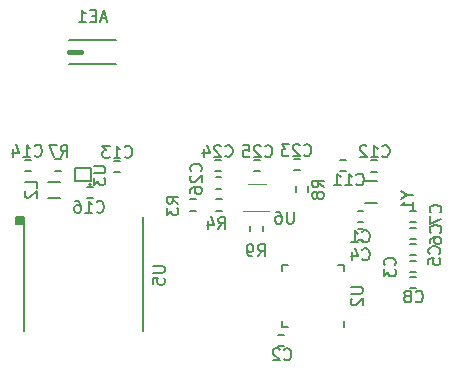
<source format=gbr>
G04 #@! TF.FileFunction,Legend,Bot*
%FSLAX46Y46*%
G04 Gerber Fmt 4.6, Leading zero omitted, Abs format (unit mm)*
G04 Created by KiCad (PCBNEW 4.0.5+dfsg1-4~bpo8+1) date Mon Dec 18 16:44:26 2017*
%MOMM*%
%LPD*%
G01*
G04 APERTURE LIST*
%ADD10C,0.100000*%
%ADD11C,0.200000*%
%ADD12C,0.400000*%
%ADD13C,0.150000*%
%ADD14C,0.120000*%
G04 APERTURE END LIST*
D10*
D11*
X139970000Y-115940000D02*
X139970000Y-115540000D01*
X139970000Y-115540000D02*
X139620000Y-115540000D01*
X139620000Y-115540000D02*
X139620000Y-115840000D01*
X139620000Y-115840000D02*
X139820000Y-115840000D01*
X139820000Y-115840000D02*
X139820000Y-115640000D01*
X139820000Y-115640000D02*
X139720000Y-115640000D01*
X140120000Y-115390000D02*
X139470000Y-115390000D01*
X139470000Y-115390000D02*
X139470000Y-115990000D01*
X139470000Y-115990000D02*
X140120000Y-115990000D01*
X150220000Y-125090000D02*
X150220000Y-115390000D01*
X140120000Y-123440000D02*
X140120000Y-115390000D01*
X140120000Y-125090000D02*
X140120000Y-123440000D01*
D12*
X143920000Y-101440000D02*
X144920000Y-101440000D01*
D11*
X147920000Y-100440000D02*
X143920000Y-100440000D01*
X143920000Y-102440000D02*
X147920000Y-102440000D01*
D13*
X168850000Y-115875000D02*
X168350000Y-115875000D01*
X168350000Y-114925000D02*
X168850000Y-114925000D01*
X161640000Y-125405000D02*
X162140000Y-125405000D01*
X162140000Y-126355000D02*
X161640000Y-126355000D01*
X173320000Y-120065000D02*
X172820000Y-120065000D01*
X172820000Y-119115000D02*
X173320000Y-119115000D01*
X173320000Y-117265000D02*
X172820000Y-117265000D01*
X172820000Y-116315000D02*
X173320000Y-116315000D01*
X173320000Y-115865000D02*
X172820000Y-115865000D01*
X172820000Y-114915000D02*
X173320000Y-114915000D01*
X173320000Y-121465000D02*
X172820000Y-121465000D01*
X172820000Y-120515000D02*
X173320000Y-120515000D01*
X166900000Y-110615000D02*
X167400000Y-110615000D01*
X167400000Y-111565000D02*
X166900000Y-111565000D01*
X169470000Y-110625000D02*
X169970000Y-110625000D01*
X169970000Y-111575000D02*
X169470000Y-111575000D01*
X148245000Y-111640000D02*
X147745000Y-111640000D01*
X147745000Y-110690000D02*
X148245000Y-110690000D01*
X140195000Y-110565000D02*
X140695000Y-110565000D01*
X140695000Y-111515000D02*
X140195000Y-111515000D01*
X145920000Y-113815000D02*
X145420000Y-113815000D01*
X145420000Y-112865000D02*
X145920000Y-112865000D01*
X162950000Y-110525000D02*
X163450000Y-110525000D01*
X163450000Y-111475000D02*
X162950000Y-111475000D01*
X156795000Y-111540000D02*
X156295000Y-111540000D01*
X156295000Y-110590000D02*
X156795000Y-110590000D01*
X160090000Y-111565000D02*
X159590000Y-111565000D01*
X159590000Y-110615000D02*
X160090000Y-110615000D01*
X156330000Y-112065000D02*
X156830000Y-112065000D01*
X156830000Y-113015000D02*
X156330000Y-113015000D01*
X142120000Y-113815000D02*
X143120000Y-113815000D01*
X143120000Y-112465000D02*
X142120000Y-112465000D01*
X154650000Y-114925000D02*
X154150000Y-114925000D01*
X154150000Y-113875000D02*
X154650000Y-113875000D01*
X156350000Y-113875000D02*
X156850000Y-113875000D01*
X156850000Y-114925000D02*
X156350000Y-114925000D01*
X142745000Y-110515000D02*
X143245000Y-110515000D01*
X143245000Y-111565000D02*
X142745000Y-111565000D01*
X163125000Y-113300000D02*
X163125000Y-112800000D01*
X164175000Y-112800000D02*
X164175000Y-113300000D01*
X159285000Y-116640000D02*
X159285000Y-116140000D01*
X160335000Y-116140000D02*
X160335000Y-116640000D01*
X167215000Y-119475000D02*
X166690000Y-119475000D01*
X161965000Y-124725000D02*
X162490000Y-124725000D01*
X161965000Y-119475000D02*
X162490000Y-119475000D01*
X167215000Y-124725000D02*
X167215000Y-124200000D01*
X161965000Y-124725000D02*
X161965000Y-124200000D01*
X161965000Y-119475000D02*
X161965000Y-120000000D01*
X167215000Y-119475000D02*
X167215000Y-120000000D01*
X145795000Y-112665000D02*
G75*
G03X145795000Y-112665000I-100000J0D01*
G01*
X145795000Y-112390000D02*
X145795000Y-111315000D01*
X145795000Y-111290000D02*
X144445000Y-111290000D01*
X144445000Y-111290000D02*
X144445000Y-112365000D01*
X144445000Y-112390000D02*
X145795000Y-112390000D01*
D14*
X160845000Y-114915000D02*
X158645000Y-114915000D01*
X160645000Y-112615000D02*
X159045000Y-112615000D01*
D13*
X168980000Y-112410000D02*
X169980000Y-112410000D01*
X168980000Y-114210000D02*
X169980000Y-114210000D01*
X168850000Y-117405000D02*
X168350000Y-117405000D01*
X168350000Y-116455000D02*
X168850000Y-116455000D01*
X173320000Y-118665000D02*
X172820000Y-118665000D01*
X172820000Y-117715000D02*
X173320000Y-117715000D01*
X151022381Y-119578095D02*
X151831905Y-119578095D01*
X151927143Y-119625714D01*
X151974762Y-119673333D01*
X152022381Y-119768571D01*
X152022381Y-119959048D01*
X151974762Y-120054286D01*
X151927143Y-120101905D01*
X151831905Y-120149524D01*
X151022381Y-120149524D01*
X151022381Y-121101905D02*
X151022381Y-120625714D01*
X151498571Y-120578095D01*
X151450952Y-120625714D01*
X151403333Y-120720952D01*
X151403333Y-120959048D01*
X151450952Y-121054286D01*
X151498571Y-121101905D01*
X151593810Y-121149524D01*
X151831905Y-121149524D01*
X151927143Y-121101905D01*
X151974762Y-121054286D01*
X152022381Y-120959048D01*
X152022381Y-120720952D01*
X151974762Y-120625714D01*
X151927143Y-120578095D01*
X147086667Y-98606667D02*
X146610476Y-98606667D01*
X147181905Y-98892381D02*
X146848572Y-97892381D01*
X146515238Y-98892381D01*
X146181905Y-98368571D02*
X145848571Y-98368571D01*
X145705714Y-98892381D02*
X146181905Y-98892381D01*
X146181905Y-97892381D01*
X145705714Y-97892381D01*
X144753333Y-98892381D02*
X145324762Y-98892381D01*
X145039048Y-98892381D02*
X145039048Y-97892381D01*
X145134286Y-98035238D01*
X145229524Y-98130476D01*
X145324762Y-98178095D01*
X168766666Y-117457143D02*
X168814285Y-117504762D01*
X168957142Y-117552381D01*
X169052380Y-117552381D01*
X169195238Y-117504762D01*
X169290476Y-117409524D01*
X169338095Y-117314286D01*
X169385714Y-117123810D01*
X169385714Y-116980952D01*
X169338095Y-116790476D01*
X169290476Y-116695238D01*
X169195238Y-116600000D01*
X169052380Y-116552381D01*
X168957142Y-116552381D01*
X168814285Y-116600000D01*
X168766666Y-116647619D01*
X167814285Y-117552381D02*
X168385714Y-117552381D01*
X168100000Y-117552381D02*
X168100000Y-116552381D01*
X168195238Y-116695238D01*
X168290476Y-116790476D01*
X168385714Y-116838095D01*
X162136666Y-127457143D02*
X162184285Y-127504762D01*
X162327142Y-127552381D01*
X162422380Y-127552381D01*
X162565238Y-127504762D01*
X162660476Y-127409524D01*
X162708095Y-127314286D01*
X162755714Y-127123810D01*
X162755714Y-126980952D01*
X162708095Y-126790476D01*
X162660476Y-126695238D01*
X162565238Y-126600000D01*
X162422380Y-126552381D01*
X162327142Y-126552381D01*
X162184285Y-126600000D01*
X162136666Y-126647619D01*
X161755714Y-126647619D02*
X161708095Y-126600000D01*
X161612857Y-126552381D01*
X161374761Y-126552381D01*
X161279523Y-126600000D01*
X161231904Y-126647619D01*
X161184285Y-126742857D01*
X161184285Y-126838095D01*
X161231904Y-126980952D01*
X161803333Y-127552381D01*
X161184285Y-127552381D01*
X171487143Y-119473334D02*
X171534762Y-119425715D01*
X171582381Y-119282858D01*
X171582381Y-119187620D01*
X171534762Y-119044762D01*
X171439524Y-118949524D01*
X171344286Y-118901905D01*
X171153810Y-118854286D01*
X171010952Y-118854286D01*
X170820476Y-118901905D01*
X170725238Y-118949524D01*
X170630000Y-119044762D01*
X170582381Y-119187620D01*
X170582381Y-119282858D01*
X170630000Y-119425715D01*
X170677619Y-119473334D01*
X170582381Y-119806667D02*
X170582381Y-120425715D01*
X170963333Y-120092381D01*
X170963333Y-120235239D01*
X171010952Y-120330477D01*
X171058571Y-120378096D01*
X171153810Y-120425715D01*
X171391905Y-120425715D01*
X171487143Y-120378096D01*
X171534762Y-120330477D01*
X171582381Y-120235239D01*
X171582381Y-119949524D01*
X171534762Y-119854286D01*
X171487143Y-119806667D01*
X175357143Y-116733334D02*
X175404762Y-116685715D01*
X175452381Y-116542858D01*
X175452381Y-116447620D01*
X175404762Y-116304762D01*
X175309524Y-116209524D01*
X175214286Y-116161905D01*
X175023810Y-116114286D01*
X174880952Y-116114286D01*
X174690476Y-116161905D01*
X174595238Y-116209524D01*
X174500000Y-116304762D01*
X174452381Y-116447620D01*
X174452381Y-116542858D01*
X174500000Y-116685715D01*
X174547619Y-116733334D01*
X174452381Y-117590477D02*
X174452381Y-117400000D01*
X174500000Y-117304762D01*
X174547619Y-117257143D01*
X174690476Y-117161905D01*
X174880952Y-117114286D01*
X175261905Y-117114286D01*
X175357143Y-117161905D01*
X175404762Y-117209524D01*
X175452381Y-117304762D01*
X175452381Y-117495239D01*
X175404762Y-117590477D01*
X175357143Y-117638096D01*
X175261905Y-117685715D01*
X175023810Y-117685715D01*
X174928571Y-117638096D01*
X174880952Y-117590477D01*
X174833333Y-117495239D01*
X174833333Y-117304762D01*
X174880952Y-117209524D01*
X174928571Y-117161905D01*
X175023810Y-117114286D01*
X175357143Y-115033334D02*
X175404762Y-114985715D01*
X175452381Y-114842858D01*
X175452381Y-114747620D01*
X175404762Y-114604762D01*
X175309524Y-114509524D01*
X175214286Y-114461905D01*
X175023810Y-114414286D01*
X174880952Y-114414286D01*
X174690476Y-114461905D01*
X174595238Y-114509524D01*
X174500000Y-114604762D01*
X174452381Y-114747620D01*
X174452381Y-114842858D01*
X174500000Y-114985715D01*
X174547619Y-115033334D01*
X174452381Y-115366667D02*
X174452381Y-116033334D01*
X175452381Y-115604762D01*
X173266666Y-122557143D02*
X173314285Y-122604762D01*
X173457142Y-122652381D01*
X173552380Y-122652381D01*
X173695238Y-122604762D01*
X173790476Y-122509524D01*
X173838095Y-122414286D01*
X173885714Y-122223810D01*
X173885714Y-122080952D01*
X173838095Y-121890476D01*
X173790476Y-121795238D01*
X173695238Y-121700000D01*
X173552380Y-121652381D01*
X173457142Y-121652381D01*
X173314285Y-121700000D01*
X173266666Y-121747619D01*
X172695238Y-122080952D02*
X172790476Y-122033333D01*
X172838095Y-121985714D01*
X172885714Y-121890476D01*
X172885714Y-121842857D01*
X172838095Y-121747619D01*
X172790476Y-121700000D01*
X172695238Y-121652381D01*
X172504761Y-121652381D01*
X172409523Y-121700000D01*
X172361904Y-121747619D01*
X172314285Y-121842857D01*
X172314285Y-121890476D01*
X172361904Y-121985714D01*
X172409523Y-122033333D01*
X172504761Y-122080952D01*
X172695238Y-122080952D01*
X172790476Y-122128571D01*
X172838095Y-122176190D01*
X172885714Y-122271429D01*
X172885714Y-122461905D01*
X172838095Y-122557143D01*
X172790476Y-122604762D01*
X172695238Y-122652381D01*
X172504761Y-122652381D01*
X172409523Y-122604762D01*
X172361904Y-122557143D01*
X172314285Y-122461905D01*
X172314285Y-122271429D01*
X172361904Y-122176190D01*
X172409523Y-122128571D01*
X172504761Y-122080952D01*
X168262857Y-112647143D02*
X168310476Y-112694762D01*
X168453333Y-112742381D01*
X168548571Y-112742381D01*
X168691429Y-112694762D01*
X168786667Y-112599524D01*
X168834286Y-112504286D01*
X168881905Y-112313810D01*
X168881905Y-112170952D01*
X168834286Y-111980476D01*
X168786667Y-111885238D01*
X168691429Y-111790000D01*
X168548571Y-111742381D01*
X168453333Y-111742381D01*
X168310476Y-111790000D01*
X168262857Y-111837619D01*
X167310476Y-112742381D02*
X167881905Y-112742381D01*
X167596191Y-112742381D02*
X167596191Y-111742381D01*
X167691429Y-111885238D01*
X167786667Y-111980476D01*
X167881905Y-112028095D01*
X166358095Y-112742381D02*
X166929524Y-112742381D01*
X166643810Y-112742381D02*
X166643810Y-111742381D01*
X166739048Y-111885238D01*
X166834286Y-111980476D01*
X166929524Y-112028095D01*
X170442857Y-110257143D02*
X170490476Y-110304762D01*
X170633333Y-110352381D01*
X170728571Y-110352381D01*
X170871429Y-110304762D01*
X170966667Y-110209524D01*
X171014286Y-110114286D01*
X171061905Y-109923810D01*
X171061905Y-109780952D01*
X171014286Y-109590476D01*
X170966667Y-109495238D01*
X170871429Y-109400000D01*
X170728571Y-109352381D01*
X170633333Y-109352381D01*
X170490476Y-109400000D01*
X170442857Y-109447619D01*
X169490476Y-110352381D02*
X170061905Y-110352381D01*
X169776191Y-110352381D02*
X169776191Y-109352381D01*
X169871429Y-109495238D01*
X169966667Y-109590476D01*
X170061905Y-109638095D01*
X169109524Y-109447619D02*
X169061905Y-109400000D01*
X168966667Y-109352381D01*
X168728571Y-109352381D01*
X168633333Y-109400000D01*
X168585714Y-109447619D01*
X168538095Y-109542857D01*
X168538095Y-109638095D01*
X168585714Y-109780952D01*
X169157143Y-110352381D01*
X168538095Y-110352381D01*
X148652857Y-110307143D02*
X148700476Y-110354762D01*
X148843333Y-110402381D01*
X148938571Y-110402381D01*
X149081429Y-110354762D01*
X149176667Y-110259524D01*
X149224286Y-110164286D01*
X149271905Y-109973810D01*
X149271905Y-109830952D01*
X149224286Y-109640476D01*
X149176667Y-109545238D01*
X149081429Y-109450000D01*
X148938571Y-109402381D01*
X148843333Y-109402381D01*
X148700476Y-109450000D01*
X148652857Y-109497619D01*
X147700476Y-110402381D02*
X148271905Y-110402381D01*
X147986191Y-110402381D02*
X147986191Y-109402381D01*
X148081429Y-109545238D01*
X148176667Y-109640476D01*
X148271905Y-109688095D01*
X147367143Y-109402381D02*
X146748095Y-109402381D01*
X147081429Y-109783333D01*
X146938571Y-109783333D01*
X146843333Y-109830952D01*
X146795714Y-109878571D01*
X146748095Y-109973810D01*
X146748095Y-110211905D01*
X146795714Y-110307143D01*
X146843333Y-110354762D01*
X146938571Y-110402381D01*
X147224286Y-110402381D01*
X147319524Y-110354762D01*
X147367143Y-110307143D01*
X141022857Y-110207143D02*
X141070476Y-110254762D01*
X141213333Y-110302381D01*
X141308571Y-110302381D01*
X141451429Y-110254762D01*
X141546667Y-110159524D01*
X141594286Y-110064286D01*
X141641905Y-109873810D01*
X141641905Y-109730952D01*
X141594286Y-109540476D01*
X141546667Y-109445238D01*
X141451429Y-109350000D01*
X141308571Y-109302381D01*
X141213333Y-109302381D01*
X141070476Y-109350000D01*
X141022857Y-109397619D01*
X140070476Y-110302381D02*
X140641905Y-110302381D01*
X140356191Y-110302381D02*
X140356191Y-109302381D01*
X140451429Y-109445238D01*
X140546667Y-109540476D01*
X140641905Y-109588095D01*
X139213333Y-109635714D02*
X139213333Y-110302381D01*
X139451429Y-109254762D02*
X139689524Y-109969048D01*
X139070476Y-109969048D01*
X146272857Y-114957143D02*
X146320476Y-115004762D01*
X146463333Y-115052381D01*
X146558571Y-115052381D01*
X146701429Y-115004762D01*
X146796667Y-114909524D01*
X146844286Y-114814286D01*
X146891905Y-114623810D01*
X146891905Y-114480952D01*
X146844286Y-114290476D01*
X146796667Y-114195238D01*
X146701429Y-114100000D01*
X146558571Y-114052381D01*
X146463333Y-114052381D01*
X146320476Y-114100000D01*
X146272857Y-114147619D01*
X145320476Y-115052381D02*
X145891905Y-115052381D01*
X145606191Y-115052381D02*
X145606191Y-114052381D01*
X145701429Y-114195238D01*
X145796667Y-114290476D01*
X145891905Y-114338095D01*
X144463333Y-114052381D02*
X144653810Y-114052381D01*
X144749048Y-114100000D01*
X144796667Y-114147619D01*
X144891905Y-114290476D01*
X144939524Y-114480952D01*
X144939524Y-114861905D01*
X144891905Y-114957143D01*
X144844286Y-115004762D01*
X144749048Y-115052381D01*
X144558571Y-115052381D01*
X144463333Y-115004762D01*
X144415714Y-114957143D01*
X144368095Y-114861905D01*
X144368095Y-114623810D01*
X144415714Y-114528571D01*
X144463333Y-114480952D01*
X144558571Y-114433333D01*
X144749048Y-114433333D01*
X144844286Y-114480952D01*
X144891905Y-114528571D01*
X144939524Y-114623810D01*
X163822857Y-110167143D02*
X163870476Y-110214762D01*
X164013333Y-110262381D01*
X164108571Y-110262381D01*
X164251429Y-110214762D01*
X164346667Y-110119524D01*
X164394286Y-110024286D01*
X164441905Y-109833810D01*
X164441905Y-109690952D01*
X164394286Y-109500476D01*
X164346667Y-109405238D01*
X164251429Y-109310000D01*
X164108571Y-109262381D01*
X164013333Y-109262381D01*
X163870476Y-109310000D01*
X163822857Y-109357619D01*
X163441905Y-109357619D02*
X163394286Y-109310000D01*
X163299048Y-109262381D01*
X163060952Y-109262381D01*
X162965714Y-109310000D01*
X162918095Y-109357619D01*
X162870476Y-109452857D01*
X162870476Y-109548095D01*
X162918095Y-109690952D01*
X163489524Y-110262381D01*
X162870476Y-110262381D01*
X162537143Y-109262381D02*
X161918095Y-109262381D01*
X162251429Y-109643333D01*
X162108571Y-109643333D01*
X162013333Y-109690952D01*
X161965714Y-109738571D01*
X161918095Y-109833810D01*
X161918095Y-110071905D01*
X161965714Y-110167143D01*
X162013333Y-110214762D01*
X162108571Y-110262381D01*
X162394286Y-110262381D01*
X162489524Y-110214762D01*
X162537143Y-110167143D01*
X157152857Y-110247143D02*
X157200476Y-110294762D01*
X157343333Y-110342381D01*
X157438571Y-110342381D01*
X157581429Y-110294762D01*
X157676667Y-110199524D01*
X157724286Y-110104286D01*
X157771905Y-109913810D01*
X157771905Y-109770952D01*
X157724286Y-109580476D01*
X157676667Y-109485238D01*
X157581429Y-109390000D01*
X157438571Y-109342381D01*
X157343333Y-109342381D01*
X157200476Y-109390000D01*
X157152857Y-109437619D01*
X156771905Y-109437619D02*
X156724286Y-109390000D01*
X156629048Y-109342381D01*
X156390952Y-109342381D01*
X156295714Y-109390000D01*
X156248095Y-109437619D01*
X156200476Y-109532857D01*
X156200476Y-109628095D01*
X156248095Y-109770952D01*
X156819524Y-110342381D01*
X156200476Y-110342381D01*
X155343333Y-109675714D02*
X155343333Y-110342381D01*
X155581429Y-109294762D02*
X155819524Y-110009048D01*
X155200476Y-110009048D01*
X160522857Y-110257143D02*
X160570476Y-110304762D01*
X160713333Y-110352381D01*
X160808571Y-110352381D01*
X160951429Y-110304762D01*
X161046667Y-110209524D01*
X161094286Y-110114286D01*
X161141905Y-109923810D01*
X161141905Y-109780952D01*
X161094286Y-109590476D01*
X161046667Y-109495238D01*
X160951429Y-109400000D01*
X160808571Y-109352381D01*
X160713333Y-109352381D01*
X160570476Y-109400000D01*
X160522857Y-109447619D01*
X160141905Y-109447619D02*
X160094286Y-109400000D01*
X159999048Y-109352381D01*
X159760952Y-109352381D01*
X159665714Y-109400000D01*
X159618095Y-109447619D01*
X159570476Y-109542857D01*
X159570476Y-109638095D01*
X159618095Y-109780952D01*
X160189524Y-110352381D01*
X159570476Y-110352381D01*
X158665714Y-109352381D02*
X159141905Y-109352381D01*
X159189524Y-109828571D01*
X159141905Y-109780952D01*
X159046667Y-109733333D01*
X158808571Y-109733333D01*
X158713333Y-109780952D01*
X158665714Y-109828571D01*
X158618095Y-109923810D01*
X158618095Y-110161905D01*
X158665714Y-110257143D01*
X158713333Y-110304762D01*
X158808571Y-110352381D01*
X159046667Y-110352381D01*
X159141905Y-110304762D01*
X159189524Y-110257143D01*
X155087143Y-111537143D02*
X155134762Y-111489524D01*
X155182381Y-111346667D01*
X155182381Y-111251429D01*
X155134762Y-111108571D01*
X155039524Y-111013333D01*
X154944286Y-110965714D01*
X154753810Y-110918095D01*
X154610952Y-110918095D01*
X154420476Y-110965714D01*
X154325238Y-111013333D01*
X154230000Y-111108571D01*
X154182381Y-111251429D01*
X154182381Y-111346667D01*
X154230000Y-111489524D01*
X154277619Y-111537143D01*
X154277619Y-111918095D02*
X154230000Y-111965714D01*
X154182381Y-112060952D01*
X154182381Y-112299048D01*
X154230000Y-112394286D01*
X154277619Y-112441905D01*
X154372857Y-112489524D01*
X154468095Y-112489524D01*
X154610952Y-112441905D01*
X155182381Y-111870476D01*
X155182381Y-112489524D01*
X154182381Y-113346667D02*
X154182381Y-113156190D01*
X154230000Y-113060952D01*
X154277619Y-113013333D01*
X154420476Y-112918095D01*
X154610952Y-112870476D01*
X154991905Y-112870476D01*
X155087143Y-112918095D01*
X155134762Y-112965714D01*
X155182381Y-113060952D01*
X155182381Y-113251429D01*
X155134762Y-113346667D01*
X155087143Y-113394286D01*
X154991905Y-113441905D01*
X154753810Y-113441905D01*
X154658571Y-113394286D01*
X154610952Y-113346667D01*
X154563333Y-113251429D01*
X154563333Y-113060952D01*
X154610952Y-112965714D01*
X154658571Y-112918095D01*
X154753810Y-112870476D01*
X141182381Y-112943334D02*
X141182381Y-112467143D01*
X140182381Y-112467143D01*
X140277619Y-113229048D02*
X140230000Y-113276667D01*
X140182381Y-113371905D01*
X140182381Y-113610001D01*
X140230000Y-113705239D01*
X140277619Y-113752858D01*
X140372857Y-113800477D01*
X140468095Y-113800477D01*
X140610952Y-113752858D01*
X141182381Y-113181429D01*
X141182381Y-113800477D01*
X153182381Y-114283334D02*
X152706190Y-113950000D01*
X153182381Y-113711905D02*
X152182381Y-113711905D01*
X152182381Y-114092858D01*
X152230000Y-114188096D01*
X152277619Y-114235715D01*
X152372857Y-114283334D01*
X152515714Y-114283334D01*
X152610952Y-114235715D01*
X152658571Y-114188096D01*
X152706190Y-114092858D01*
X152706190Y-113711905D01*
X152182381Y-114616667D02*
X152182381Y-115235715D01*
X152563333Y-114902381D01*
X152563333Y-115045239D01*
X152610952Y-115140477D01*
X152658571Y-115188096D01*
X152753810Y-115235715D01*
X152991905Y-115235715D01*
X153087143Y-115188096D01*
X153134762Y-115140477D01*
X153182381Y-115045239D01*
X153182381Y-114759524D01*
X153134762Y-114664286D01*
X153087143Y-114616667D01*
X156566666Y-116422381D02*
X156900000Y-115946190D01*
X157138095Y-116422381D02*
X157138095Y-115422381D01*
X156757142Y-115422381D01*
X156661904Y-115470000D01*
X156614285Y-115517619D01*
X156566666Y-115612857D01*
X156566666Y-115755714D01*
X156614285Y-115850952D01*
X156661904Y-115898571D01*
X156757142Y-115946190D01*
X157138095Y-115946190D01*
X155709523Y-115755714D02*
X155709523Y-116422381D01*
X155947619Y-115374762D02*
X156185714Y-116089048D01*
X155566666Y-116089048D01*
X143206666Y-110332381D02*
X143540000Y-109856190D01*
X143778095Y-110332381D02*
X143778095Y-109332381D01*
X143397142Y-109332381D01*
X143301904Y-109380000D01*
X143254285Y-109427619D01*
X143206666Y-109522857D01*
X143206666Y-109665714D01*
X143254285Y-109760952D01*
X143301904Y-109808571D01*
X143397142Y-109856190D01*
X143778095Y-109856190D01*
X142873333Y-109332381D02*
X142206666Y-109332381D01*
X142635238Y-110332381D01*
X165512381Y-112913334D02*
X165036190Y-112580000D01*
X165512381Y-112341905D02*
X164512381Y-112341905D01*
X164512381Y-112722858D01*
X164560000Y-112818096D01*
X164607619Y-112865715D01*
X164702857Y-112913334D01*
X164845714Y-112913334D01*
X164940952Y-112865715D01*
X164988571Y-112818096D01*
X165036190Y-112722858D01*
X165036190Y-112341905D01*
X164940952Y-113484762D02*
X164893333Y-113389524D01*
X164845714Y-113341905D01*
X164750476Y-113294286D01*
X164702857Y-113294286D01*
X164607619Y-113341905D01*
X164560000Y-113389524D01*
X164512381Y-113484762D01*
X164512381Y-113675239D01*
X164560000Y-113770477D01*
X164607619Y-113818096D01*
X164702857Y-113865715D01*
X164750476Y-113865715D01*
X164845714Y-113818096D01*
X164893333Y-113770477D01*
X164940952Y-113675239D01*
X164940952Y-113484762D01*
X164988571Y-113389524D01*
X165036190Y-113341905D01*
X165131429Y-113294286D01*
X165321905Y-113294286D01*
X165417143Y-113341905D01*
X165464762Y-113389524D01*
X165512381Y-113484762D01*
X165512381Y-113675239D01*
X165464762Y-113770477D01*
X165417143Y-113818096D01*
X165321905Y-113865715D01*
X165131429Y-113865715D01*
X165036190Y-113818096D01*
X164988571Y-113770477D01*
X164940952Y-113675239D01*
X159906666Y-118732381D02*
X160240000Y-118256190D01*
X160478095Y-118732381D02*
X160478095Y-117732381D01*
X160097142Y-117732381D01*
X160001904Y-117780000D01*
X159954285Y-117827619D01*
X159906666Y-117922857D01*
X159906666Y-118065714D01*
X159954285Y-118160952D01*
X160001904Y-118208571D01*
X160097142Y-118256190D01*
X160478095Y-118256190D01*
X159430476Y-118732381D02*
X159240000Y-118732381D01*
X159144761Y-118684762D01*
X159097142Y-118637143D01*
X159001904Y-118494286D01*
X158954285Y-118303810D01*
X158954285Y-117922857D01*
X159001904Y-117827619D01*
X159049523Y-117780000D01*
X159144761Y-117732381D01*
X159335238Y-117732381D01*
X159430476Y-117780000D01*
X159478095Y-117827619D01*
X159525714Y-117922857D01*
X159525714Y-118160952D01*
X159478095Y-118256190D01*
X159430476Y-118303810D01*
X159335238Y-118351429D01*
X159144761Y-118351429D01*
X159049523Y-118303810D01*
X159001904Y-118256190D01*
X158954285Y-118160952D01*
X167792381Y-121338095D02*
X168601905Y-121338095D01*
X168697143Y-121385714D01*
X168744762Y-121433333D01*
X168792381Y-121528571D01*
X168792381Y-121719048D01*
X168744762Y-121814286D01*
X168697143Y-121861905D01*
X168601905Y-121909524D01*
X167792381Y-121909524D01*
X167887619Y-122338095D02*
X167840000Y-122385714D01*
X167792381Y-122480952D01*
X167792381Y-122719048D01*
X167840000Y-122814286D01*
X167887619Y-122861905D01*
X167982857Y-122909524D01*
X168078095Y-122909524D01*
X168220952Y-122861905D01*
X168792381Y-122290476D01*
X168792381Y-122909524D01*
X146002381Y-111128095D02*
X146811905Y-111128095D01*
X146907143Y-111175714D01*
X146954762Y-111223333D01*
X147002381Y-111318571D01*
X147002381Y-111509048D01*
X146954762Y-111604286D01*
X146907143Y-111651905D01*
X146811905Y-111699524D01*
X146002381Y-111699524D01*
X146002381Y-112080476D02*
X146002381Y-112699524D01*
X146383333Y-112366190D01*
X146383333Y-112509048D01*
X146430952Y-112604286D01*
X146478571Y-112651905D01*
X146573810Y-112699524D01*
X146811905Y-112699524D01*
X146907143Y-112651905D01*
X146954762Y-112604286D01*
X147002381Y-112509048D01*
X147002381Y-112223333D01*
X146954762Y-112128095D01*
X146907143Y-112080476D01*
X162941905Y-114972381D02*
X162941905Y-115781905D01*
X162894286Y-115877143D01*
X162846667Y-115924762D01*
X162751429Y-115972381D01*
X162560952Y-115972381D01*
X162465714Y-115924762D01*
X162418095Y-115877143D01*
X162370476Y-115781905D01*
X162370476Y-114972381D01*
X161465714Y-114972381D02*
X161656191Y-114972381D01*
X161751429Y-115020000D01*
X161799048Y-115067619D01*
X161894286Y-115210476D01*
X161941905Y-115400952D01*
X161941905Y-115781905D01*
X161894286Y-115877143D01*
X161846667Y-115924762D01*
X161751429Y-115972381D01*
X161560952Y-115972381D01*
X161465714Y-115924762D01*
X161418095Y-115877143D01*
X161370476Y-115781905D01*
X161370476Y-115543810D01*
X161418095Y-115448571D01*
X161465714Y-115400952D01*
X161560952Y-115353333D01*
X161751429Y-115353333D01*
X161846667Y-115400952D01*
X161894286Y-115448571D01*
X161941905Y-115543810D01*
X172576190Y-113523809D02*
X173052381Y-113523809D01*
X172052381Y-113190476D02*
X172576190Y-113523809D01*
X172052381Y-113857143D01*
X173052381Y-114714286D02*
X173052381Y-114142857D01*
X173052381Y-114428571D02*
X172052381Y-114428571D01*
X172195238Y-114333333D01*
X172290476Y-114238095D01*
X172338095Y-114142857D01*
X168766666Y-118987143D02*
X168814285Y-119034762D01*
X168957142Y-119082381D01*
X169052380Y-119082381D01*
X169195238Y-119034762D01*
X169290476Y-118939524D01*
X169338095Y-118844286D01*
X169385714Y-118653810D01*
X169385714Y-118510952D01*
X169338095Y-118320476D01*
X169290476Y-118225238D01*
X169195238Y-118130000D01*
X169052380Y-118082381D01*
X168957142Y-118082381D01*
X168814285Y-118130000D01*
X168766666Y-118177619D01*
X167909523Y-118415714D02*
X167909523Y-119082381D01*
X168147619Y-118034762D02*
X168385714Y-118749048D01*
X167766666Y-118749048D01*
X175257143Y-118533334D02*
X175304762Y-118485715D01*
X175352381Y-118342858D01*
X175352381Y-118247620D01*
X175304762Y-118104762D01*
X175209524Y-118009524D01*
X175114286Y-117961905D01*
X174923810Y-117914286D01*
X174780952Y-117914286D01*
X174590476Y-117961905D01*
X174495238Y-118009524D01*
X174400000Y-118104762D01*
X174352381Y-118247620D01*
X174352381Y-118342858D01*
X174400000Y-118485715D01*
X174447619Y-118533334D01*
X174352381Y-119438096D02*
X174352381Y-118961905D01*
X174828571Y-118914286D01*
X174780952Y-118961905D01*
X174733333Y-119057143D01*
X174733333Y-119295239D01*
X174780952Y-119390477D01*
X174828571Y-119438096D01*
X174923810Y-119485715D01*
X175161905Y-119485715D01*
X175257143Y-119438096D01*
X175304762Y-119390477D01*
X175352381Y-119295239D01*
X175352381Y-119057143D01*
X175304762Y-118961905D01*
X175257143Y-118914286D01*
M02*

</source>
